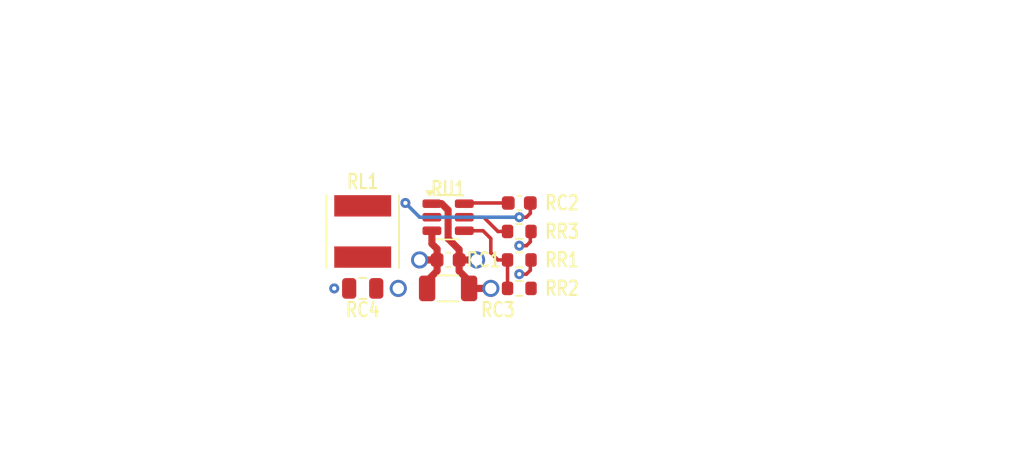
<source format=kicad_pcb>
(kicad_pcb (version 20240108) (generator "pcbnew") (generator_version "8.0")
  (layers (0 "F.Cu" signal) (31 "B.Cu" signal) (34 "B.Paste" user) (35 "F.Paste" user) (36 "B.SilkS" user "B.Silkscreen") (37 "F.SilkS" user "F.Silkscreen") (38 "B.Mask" user) (39 "F.Mask" user) (44 "Edge.Cuts" user))
  (net 0 "")
  (net 1 "Rgnd")
  (net 2 "Rvin")
  (net 3 "Rv3v3")
  (net 4 "Rreg_3v3.fb.output")
  (net 5 "Rreg_3v3.en_res.b")
  (net 6 "Rreg_3v3.boot_cap.pos")
  (net 7 "Rreg_3v3.boot_cap.neg")
  (footprint "Capacitor_SMD:C_0805_2012Metric" (layer "F.Cu") (at 86 112)
    (property "Reference" "RC4" (at 0 1.5 0) (layer "F.SilkS") (effects (font (size 1 0.8))))
    (property "Value" "X5R 25V ±10% 10uF 0805 Multilayer Ceramic Capacitors MLCC - SMD/SMT ROHS")
    (fp_line (start -0.261252 -0.735) (end 0.261252 -0.735) (stroke (width 0.12)) (layer "F.SilkS"))
    (fp_line (start -0.261252 0.735) (end 0.261252 0.735) (stroke (width 0.12)) (layer "F.SilkS"))
    (pad "1" smd roundrect (at -0.95 0) (size 1 1.45) (layers "F.Cu" "F.Paste" "F.Mask") (net 3 "Rv3v3"))
    (pad "2" smd roundrect (at 0.95 0) (size 1 1.45) (layers "F.Cu" "F.Paste" "F.Mask") (net 1 "Rgnd"))
  )
  (footprint "Capacitor_SMD:C_0603_1608Metric" (layer "F.Cu") (at 97 106)
    (property "Reference" "RC2" (at 3 0 0) (layer "F.SilkS") (effects (font (size 1 0.8))))
    (property "Value" "50V 100nF X7R ±10% 0603 Multilayer Ceramic Capacitors MLCC - SMD/SMT ROHS")
    (fp_line (start -0.14058 -0.51) (end 0.14058 -0.51) (stroke (width 0.12)) (layer "F.SilkS"))
    (fp_line (start -0.14058 0.51) (end 0.14058 0.51) (stroke (width 0.12)) (layer "F.SilkS"))
    (pad "1" smd roundrect (at -0.775 0) (size 0.9 0.95) (layers "F.Cu" "F.Paste" "F.Mask") (net 6 "Rreg_3v3.boot_cap.pos"))
    (pad "2" smd roundrect (at 0.775 0) (size 0.9 0.95) (layers "F.Cu" "F.Paste" "F.Mask") (net 7 "Rreg_3v3.boot_cap.neg"))
  )
  (footprint "Resistor_SMD:R_0603_1608Metric" (layer "F.Cu") (at 97 112)
    (property "Reference" "RR2" (at 3 0 0) (layer "F.SilkS") (effects (font (size 1 0.8))))
    (property "Value" "±1% 1/10W Thick Film Resistors 75V ±100ppm/? -55?~+155? 1.5k? 0603 Chip Resistor - Surface Mount ROHS")
    (fp_line (start -0.237258 -0.5225) (end 0.237258 -0.5225) (stroke (width 0.12)) (layer "F.SilkS"))
    (fp_line (start -0.237258 0.5225) (end 0.237258 0.5225) (stroke (width 0.12)) (layer "F.SilkS"))
    (pad "1" smd roundrect (at -0.825 0) (size 0.8 0.95) (layers "F.Cu" "F.Paste" "F.Mask") (net 4 "Rreg_3v3.fb.output"))
    (pad "2" smd roundrect (at 0.825 0) (size 0.8 0.95) (layers "F.Cu" "F.Paste" "F.Mask") (net 1 "Rgnd"))
  )
  (footprint "Resistor_SMD:R_0603_1608Metric" (layer "F.Cu") (at 97 110 180)
    (property "Reference" "RR1" (at -3 0 180) (layer "F.SilkS") (effects (font (size 1 0.8))))
    (property "Value" "±1% 1/10W Thick Film Resistors 75V ±100ppm/? -55?~+155? 6.8k? 0603 Chip Resistor - Surface Mount ROHS")
    (fp_line (start -0.237258 0.5225) (end 0.237258 0.5225) (stroke (width 0.12)) (layer "F.SilkS"))
    (fp_line (start -0.237258 -0.5225) (end 0.237258 -0.5225) (stroke (width 0.12)) (layer "F.SilkS"))
    (pad "1" smd roundrect (at -0.825 0 180) (size 0.8 0.95) (layers "F.Cu" "F.Paste" "F.Mask") (net 3 "Rv3v3"))
    (pad "2" smd roundrect (at 0.825 0 180) (size 0.8 0.95) (layers "F.Cu" "F.Paste" "F.Mask") (net 4 "Rreg_3v3.fb.output"))
  )
  (footprint "Package_TO_SOT_SMD:SOT-23-6" (layer "F.Cu") (at 92 107)
    (property "Reference" "RU1" (at 0 -2 0) (layer "F.SilkS") (effects (font (size 1 0.8))))
    (property "Value" "TPS54202H")
    (fp_line (start 0 -1.56) (end -0.8 -1.56) (stroke (width 0.12)) (layer "F.SilkS"))
    (fp_line (start 0 -1.56) (end 0.8 -1.56) (stroke (width 0.12)) (layer "F.SilkS"))
    (fp_line (start 0 1.56) (end -0.8 1.56) (stroke (width 0.12)) (layer "F.SilkS"))
    (fp_line (start 0 1.56) (end 0.8 1.56) (stroke (width 0.12)) (layer "F.SilkS"))
    (fp_poly (pts (xy -1.3 -1.51) (xy -1.54 -1.84) (xy -1.06 -1.84) (xy -1.3 -1.51)) (stroke (width 0.12)) (fill solid) (layer "F.SilkS"))
    (pad "1" smd roundrect (at -1.1375 -0.95) (size 1.325 0.6) (layers "F.Cu" "F.Paste" "F.Mask") (net 1 "Rgnd"))
    (pad "2" smd roundrect (at -1.1375 0) (size 1.325 0.6) (layers "F.Cu" "F.Paste" "F.Mask") (net 7 "Rreg_3v3.boot_cap.neg"))
    (pad "3" smd roundrect (at -1.1375 0.95) (size 1.325 0.6) (layers "F.Cu" "F.Paste" "F.Mask") (net 2 "Rvin"))
    (pad "4" smd roundrect (at 1.1375 0.95) (size 1.325 0.6) (layers "F.Cu" "F.Paste" "F.Mask") (net 4 "Rreg_3v3.fb.output"))
    (pad "5" smd roundrect (at 1.1375 0) (size 1.325 0.6) (layers "F.Cu" "F.Paste" "F.Mask") (net 5 "Rreg_3v3.en_res.b"))
    (pad "6" smd roundrect (at 1.1375 -0.95) (size 1.325 0.6) (layers "F.Cu" "F.Paste" "F.Mask") (net 6 "Rreg_3v3.boot_cap.pos"))
  )
  (footprint "Inductor_SMD:L_Taiyo-Yuden_NR-50xx" (layer "F.Cu") (at 86 108 -90)
    (property "Reference" "RL1" (at -3.5 0 180) (layer "F.SilkS") (effects (font (size 1 0.8))))
    (property "Value" "1.4A 22uH ±20% 126m? SMD Power Inductors ROHS")
    (fp_line (start -2.55 2.55) (end 2.55 2.55) (stroke (width 0.12)) (layer "F.SilkS"))
    (fp_line (start -2.55 -2.55) (end 2.55 -2.55) (stroke (width 0.12)) (layer "F.SilkS"))
    (pad "1" smd rect (at -1.8 0 270) (size 1.5 4) (layers "F.Cu" "F.Paste" "F.Mask") (net 7 "Rreg_3v3.boot_cap.neg"))
    (pad "2" smd rect (at 1.8 0 270) (size 1.5 4) (layers "F.Cu" "F.Paste" "F.Mask") (net 3 "Rv3v3"))
  )
  (footprint "Capacitor_SMD:C_0603_1608Metric" (layer "F.Cu") (at 92 110)
    (property "Reference" "RC1" (at 2.5 0 0) (layer "F.SilkS") (effects (font (size 1 0.8))))
    (property "Value" "50V 100nF X7R ±10% 0603 Multilayer Ceramic Capacitors MLCC - SMD/SMT ROHS")
    (fp_line (start -0.14058 -0.51) (end 0.14058 -0.51) (stroke (width 0.12)) (layer "F.SilkS"))
    (fp_line (start -0.14058 0.51) (end 0.14058 0.51) (stroke (width 0.12)) (layer "F.SilkS"))
    (pad "1" smd roundrect (at -0.775 0) (size 0.9 0.95) (layers "F.Cu" "F.Paste" "F.Mask") (net 2 "Rvin"))
    (pad "2" smd roundrect (at 0.775 0) (size 0.9 0.95) (layers "F.Cu" "F.Paste" "F.Mask") (net 1 "Rgnd"))
  )
  (footprint "Capacitor_SMD:C_1206_3216Metric" (layer "F.Cu") (at 92 112)
    (property "Reference" "RC3" (at 3.5 1.5 0) (layer "F.SilkS") (effects (font (size 1 0.8))))
    (property "Value" "50V 10uF X5R ±10% 1206 Multilayer Ceramic Capacitors MLCC - SMD/SMT ROHS")
    (fp_line (start -0.711252 -0.91) (end 0.711252 -0.91) (stroke (width 0.12)) (layer "F.SilkS"))
    (fp_line (start -0.711252 0.91) (end 0.711252 0.91) (stroke (width 0.12)) (layer "F.SilkS"))
    (pad "1" smd roundrect (at -1.475 0) (size 1.15 1.8) (layers "F.Cu" "F.Paste" "F.Mask") (roundrect_rratio 0.217391) (net 2 "Rvin"))
    (pad "2" smd roundrect (at 1.475 0) (size 1.15 1.8) (layers "F.Cu" "F.Paste" "F.Mask") (roundrect_rratio 0.217391) (net 1 "Rgnd"))
  )
  (footprint "Resistor_SMD:R_0603_1608Metric" (layer "F.Cu") (at 97 108 180)
    (property "Reference" "RR3" (at -3 0 180) (layer "F.SilkS") (effects (font (size 1 0.8))))
    (property "Value" "±1% 1/10W Thick Film Resistors 75V ±100ppm/? -55?~+155? 510k? 0603 Chip Resistor - Surface Mount ROHS")
    (fp_line (start -0.237258 0.5225) (end 0.237258 0.5225) (stroke (width 0.12)) (layer "F.SilkS"))
    (fp_line (start -0.237258 -0.5225) (end 0.237258 -0.5225) (stroke (width 0.12)) (layer "F.SilkS"))
    (pad "1" smd roundrect (at -0.825 0 180) (size 0.8 0.95) (layers "F.Cu" "F.Paste" "F.Mask") (net 2 "Rvin"))
    (pad "2" smd roundrect (at 0.825 0 180) (size 0.8 0.95) (layers "F.Cu" "F.Paste" "F.Mask") (net 5 "Rreg_3v3.en_res.b"))
  )
  (segment (start 95 112) (end 93.475 112) (width 0.5) (layer "F.Cu") (net 1))
  (segment (start 90.8625 106.05) (end 91.55 106.05) (width 0.5) (layer "F.Cu") (net 1))
  (segment (start 93.475 111.475) (end 92.775 110.775) (width 0.5) (layer "F.Cu") (net 1))
  (segment (start 91.55 106.05) (end 92 106.5) (width 0.5) (layer "F.Cu") (net 1))
  (segment (start 92.775 109.275) (end 92.775 110) (width 0.5) (layer "F.Cu") (net 1))
  (segment (start 92 108.5) (end 92.775 109.275) (width 0.5) (layer "F.Cu") (net 1))
  (segment (start 92.775 110) (end 94 110) (width 0.5) (layer "F.Cu") (net 1))
  (segment (start 92.775 110.775) (end 92.775 110) (width 0.5) (layer "F.Cu") (net 1))
  (segment (start 92 106.5) (end 92 108.5) (width 0.5) (layer "F.Cu") (net 1))
  (via (at 94 110) (size 1.2) (drill 0.8) (layers "F.Cu" "B.Cu") (net 1))
  (via (at 88.5 112) (size 1.2) (drill 0.8) (layers "F.Cu" "B.Cu") (net 1))
  (via (at 95 112) (size 1.2) (drill 0.8) (layers "F.Cu" "B.Cu") (net 1))
  (segment (start 90.525 111.475) (end 91.225 110.775) (width 0.5) (layer "F.Cu") (net 2))
  (segment (start 97.5 109) (end 97.775 108.725) (width 0.25) (layer "F.Cu") (net 2))
  (segment (start 90 110) (end 91.225 110) (width 0.5) (layer "F.Cu") (net 2))
  (segment (start 91.225 109.225) (end 91.225 110) (width 0.5) (layer "F.Cu") (net 2))
  (segment (start 97.5 109) (end 97 109) (width 0.25) (layer "F.Cu") (net 2))
  (segment (start 97.775 108.725) (end 97.775 108) (width 0.25) (layer "F.Cu") (net 2))
  (segment (start 91.225 110.775) (end 91.225 110) (width 0.5) (layer "F.Cu") (net 2))
  (segment (start 90.8625 108.8625) (end 91.225 109.225) (width 0.5) (layer "F.Cu") (net 2))
  (segment (start 90.8625 107.95) (end 90.8625 108.8625) (width 0.5) (layer "F.Cu") (net 2))
  (via (at 97 109) (size 0.7) (drill 0.3) (layers "F.Cu" "B.Cu") (net 2))
  (via (at 90 110) (size 1.2) (drill 0.8) (layers "F.Cu" "B.Cu") (net 2))
  (segment (start 97.775 110.725) (end 97.775 110) (width 0.25) (layer "F.Cu") (net 3))
  (segment (start 97.5 111) (end 97.775 110.725) (width 0.25) (layer "F.Cu") (net 3))
  (segment (start 97.5 111) (end 97 111) (width 0.25) (layer "F.Cu") (net 3))
  (via (at 97 111) (size 0.7) (drill 0.3) (layers "F.Cu" "B.Cu") (net 3))
  (via (at 84 112) (size 0.7) (drill 0.3) (layers "F.Cu" "B.Cu") (net 3))
  (segment (start 94.45 107.95) (end 93.1375 107.95) (width 0.25) (layer "F.Cu") (net 4))
  (segment (start 95 109.5) (end 95 108.5) (width 0.25) (layer "F.Cu") (net 4))
  (segment (start 96.175 112) (end 96.175 110) (width 0.25) (layer "F.Cu") (net 4))
  (segment (start 96.175 110) (end 95.5 110) (width 0.25) (layer "F.Cu") (net 4))
  (segment (start 95 108.5) (end 94.45 107.95) (width 0.25) (layer "F.Cu") (net 4))
  (segment (start 95.5 110) (end 95 109.5) (width 0.25) (layer "F.Cu") (net 4))
  (segment (start 94.5 107) (end 93.1375 107) (width 0.25) (layer "F.Cu") (net 5))
  (segment (start 96.175 108) (end 95.5 108) (width 0.25) (layer "F.Cu") (net 5))
  (segment (start 95.5 108) (end 94.5 107) (width 0.25) (layer "F.Cu") (net 5))
  (segment (start 96.225 106) (end 93.1875 106) (width 0.25) (layer "F.Cu") (net 6))
  (segment (start 97.5 107) (end 97 107) (width 0.25) (layer "F.Cu") (net 7))
  (segment (start 97.5 107) (end 97.775 106.725) (width 0.25) (layer "F.Cu") (net 7))
  (segment (start 97.775 106.725) (end 97.775 106) (width 0.25) (layer "F.Cu") (net 7))
  (via (at 89 106) (size 0.7) (drill 0.3) (layers "F.Cu" "B.Cu") (net 7))
  (via (at 97 107) (size 0.7) (drill 0.3) (layers "F.Cu" "B.Cu") (net 7))
  (segment (start 90 107) (end 97 107) (width 0.25) (layer "B.Cu") (net 7))
  (segment (start 89 106) (end 90 107) (width 0.25) (layer "B.Cu") (net 7))
)
</source>
